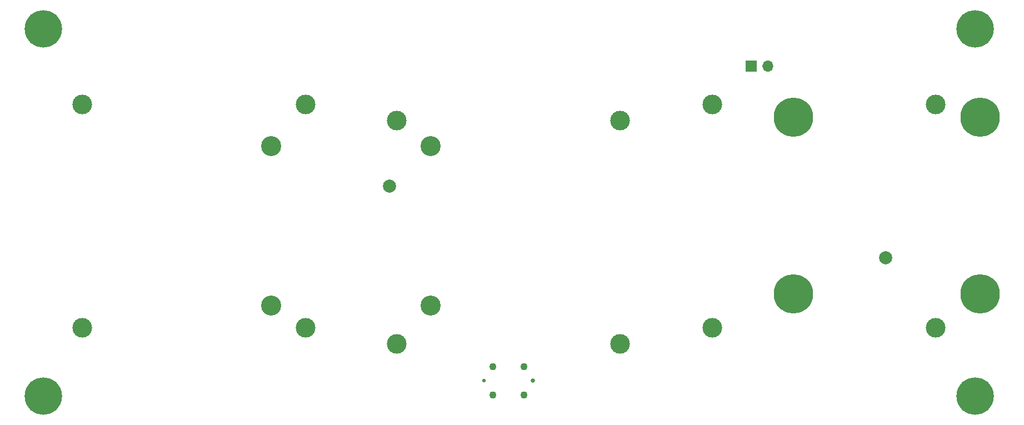
<source format=gbr>
G04 #@! TF.GenerationSoftware,KiCad,Pcbnew,(5.1.9)-1*
G04 #@! TF.CreationDate,2021-07-05T20:40:17-04:00*
G04 #@! TF.ProjectId,DepthABC,44657074-6841-4424-932e-6b696361645f,rev?*
G04 #@! TF.SameCoordinates,Original*
G04 #@! TF.FileFunction,Soldermask,Bot*
G04 #@! TF.FilePolarity,Negative*
%FSLAX46Y46*%
G04 Gerber Fmt 4.6, Leading zero omitted, Abs format (unit mm)*
G04 Created by KiCad (PCBNEW (5.1.9)-1) date 2021-07-05 20:40:17*
%MOMM*%
%LPD*%
G01*
G04 APERTURE LIST*
%ADD10C,0.660000*%
%ADD11C,0.580000*%
%ADD12C,1.100000*%
%ADD13O,1.700000X1.700000*%
%ADD14R,1.700000X1.700000*%
%ADD15C,6.000000*%
%ADD16C,5.700000*%
%ADD17C,3.050000*%
%ADD18C,2.000000*%
%ADD19C,3.000000*%
G04 APERTURE END LIST*
D10*
G04 #@! TO.C,J5*
X192105500Y-162415500D03*
D11*
X184605500Y-162415500D03*
D12*
X185955500Y-160265500D03*
X190755500Y-160265500D03*
X185955500Y-164565500D03*
X190755500Y-164565500D03*
G04 #@! TD*
D13*
G04 #@! TO.C,J2*
X227916000Y-114447600D03*
D14*
X225376000Y-114447600D03*
G04 #@! TD*
D15*
G04 #@! TO.C,H12*
X260252300Y-149210200D03*
G04 #@! TD*
G04 #@! TO.C,H11*
X260252700Y-122280800D03*
G04 #@! TD*
G04 #@! TO.C,H10*
X231757500Y-149207500D03*
G04 #@! TD*
G04 #@! TO.C,H9*
X231757500Y-122283500D03*
G04 #@! TD*
D16*
G04 #@! TO.C,H4*
X259457900Y-108767500D03*
G04 #@! TD*
G04 #@! TO.C,H3*
X259454672Y-164766700D03*
G04 #@! TD*
G04 #@! TO.C,H2*
X117448500Y-108767500D03*
G04 #@! TD*
G04 #@! TO.C,H1*
X117448500Y-164766700D03*
G04 #@! TD*
D17*
G04 #@! TO.C,H8*
X176481000Y-126665000D03*
G04 #@! TD*
G04 #@! TO.C,H7*
X152224000Y-150985500D03*
G04 #@! TD*
G04 #@! TO.C,H6*
X152224000Y-126665000D03*
G04 #@! TD*
G04 #@! TO.C,H5*
X176463220Y-150985500D03*
G04 #@! TD*
D18*
G04 #@! TO.C,FID4*
X245848400Y-143708400D03*
G04 #@! TD*
G04 #@! TO.C,FID1*
X170258000Y-132786400D03*
G04 #@! TD*
D19*
G04 #@! TO.C,CAM3*
X171368520Y-122783940D03*
X205408520Y-122783940D03*
X171368520Y-156823940D03*
X205408520Y-156823940D03*
G04 #@! TD*
G04 #@! TO.C,CAM2*
X253489720Y-154323940D03*
X219449720Y-154323940D03*
X253489720Y-120283940D03*
X219449720Y-120283940D03*
G04 #@! TD*
G04 #@! TO.C,CAM1*
X157428920Y-154323940D03*
X123388920Y-154323940D03*
X157428920Y-120283940D03*
X123388920Y-120283940D03*
G04 #@! TD*
M02*

</source>
